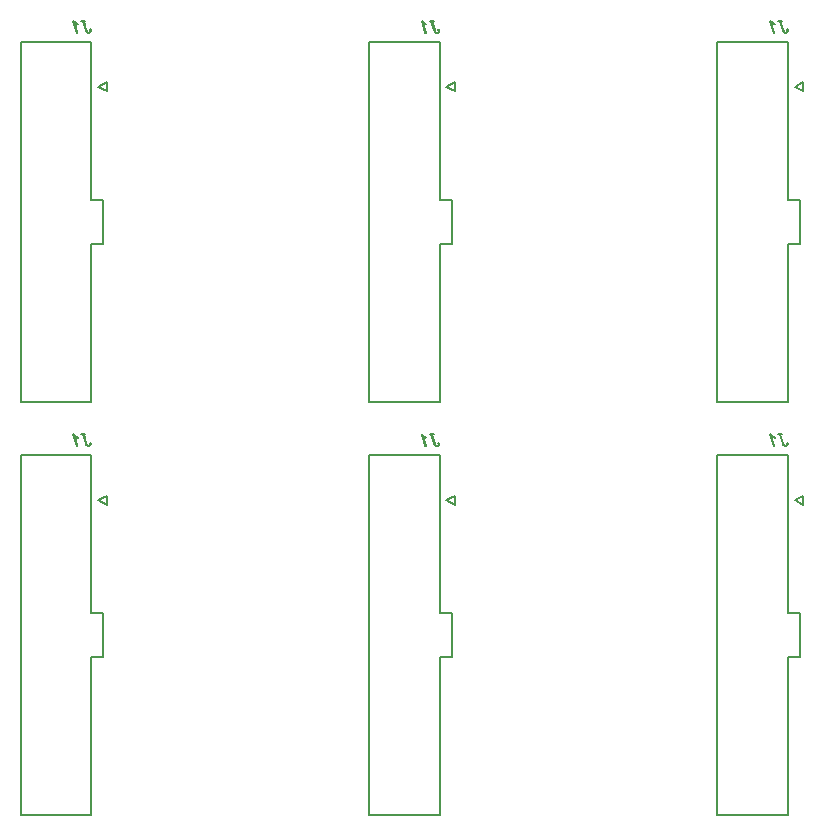
<source format=gbo>
%FSLAX46Y46*%
%MOMM*%
%ADD10C,0.150000*%
G01*
G01*
%LPD*%
D10*
X30953810Y83714288D02*
X30715714Y84523808D01*
D10*
X31001428Y83619048D02*
X30953810Y83714288D01*
D10*
X31049048Y83571432D02*
X31001428Y83619048D01*
D10*
X31144286Y83523808D02*
X31049048Y83571432D01*
D10*
X31239524Y83523808D02*
X31144286Y83523808D01*
D10*
X31334762Y83571432D02*
X31239524Y83523808D01*
D10*
X31382380Y83666664D02*
X31334762Y83571432D01*
D10*
X31382380Y83761904D02*
X31382380Y83666664D01*
D10*
X31334762Y83809520D02*
X31382380Y83761904D01*
D10*
X31287142Y83761904D02*
X31334762Y83809520D01*
D10*
X31334762Y83714288D02*
X31287142Y83761904D01*
D10*
X31001428Y83714288D02*
X30763334Y84523808D01*
D10*
X31049048Y83619048D02*
X31001428Y83714288D01*
D10*
X31144286Y83523808D02*
X31049048Y83619048D01*
D10*
X30572858Y84523808D02*
X30906190Y84523808D01*
D10*
X30239524Y83523808D02*
X30001428Y84333336D01*
D10*
X30191904Y83523808D02*
X29906190Y84523808D01*
D10*
X30049048Y84380952D02*
X29906190Y84523808D01*
D10*
X30191904Y84285712D02*
X30049048Y84380952D01*
D10*
X30287142Y84238096D02*
X30191904Y84285712D01*
D10*
X30144286Y84285712D02*
X29953810Y84380952D01*
D10*
X30287142Y84238096D02*
X30144286Y84285712D01*
D10*
X32720000Y79305000D02*
X31970000Y78930000D01*
D10*
X25430001Y82740000D02*
X25430001Y52260000D01*
D10*
X25430001Y52260000D02*
X31429999Y52260000D01*
D10*
X32430000Y65650000D02*
X32430000Y69350000D01*
D10*
X31430000Y69350000D02*
X31429999Y82740000D01*
D10*
X31429999Y82740000D02*
X25430001Y82740000D01*
D10*
X32720000Y78555000D02*
X32720000Y79305000D01*
D10*
X31970000Y78930000D02*
X32720000Y78555000D01*
D10*
X31429999Y65650000D02*
X32430000Y65650000D01*
D10*
X32430000Y69350000D02*
X31430000Y69350000D01*
D10*
X31429999Y52260000D02*
X31429999Y65650000D01*
D10*
X60453808Y48714284D02*
X60215716Y49523808D01*
D10*
X60501428Y48619048D02*
X60453808Y48714284D01*
D10*
X60549048Y48571428D02*
X60501428Y48619048D01*
D10*
X60644284Y48523808D02*
X60549048Y48571428D01*
D10*
X60739524Y48523808D02*
X60644284Y48523808D01*
D10*
X60834760Y48571428D02*
X60739524Y48523808D01*
D10*
X60882380Y48666668D02*
X60834760Y48571428D01*
D10*
X60882380Y48761904D02*
X60882380Y48666668D01*
D10*
X60834760Y48809524D02*
X60882380Y48761904D01*
D10*
X60787144Y48761904D02*
X60834760Y48809524D01*
D10*
X60834760Y48714284D02*
X60787144Y48761904D01*
D10*
X60501428Y48714284D02*
X60263332Y49523808D01*
D10*
X60549048Y48619048D02*
X60501428Y48714284D01*
D10*
X60644284Y48523808D02*
X60549048Y48619048D01*
D10*
X60072856Y49523808D02*
X60406192Y49523808D01*
D10*
X59739524Y48523808D02*
X59501428Y49333332D01*
D10*
X59691904Y48523808D02*
X59406192Y49523808D01*
D10*
X59549048Y49380952D02*
X59406192Y49523808D01*
D10*
X59691904Y49285716D02*
X59549048Y49380952D01*
D10*
X59787144Y49238096D02*
X59691904Y49285716D01*
D10*
X59644284Y49285716D02*
X59453808Y49380952D01*
D10*
X59787144Y49238096D02*
X59644284Y49285716D01*
D10*
X62220000Y44305000D02*
X61470000Y43930000D01*
D10*
X54930001Y47740000D02*
X54930001Y17260000D01*
D10*
X54930001Y17260000D02*
X60929999Y17260000D01*
D10*
X61930000Y30650000D02*
X61930000Y34350000D01*
D10*
X60930000Y34350000D02*
X60929999Y47740000D01*
D10*
X60929999Y47740000D02*
X54930001Y47740000D01*
D10*
X62220000Y43555000D02*
X62220000Y44305000D01*
D10*
X61470000Y43930000D02*
X62220000Y43555000D01*
D10*
X60929999Y30650000D02*
X61930000Y30650000D01*
D10*
X61930000Y34350000D02*
X60930000Y34350000D01*
D10*
X60929999Y17260000D02*
X60929999Y30650000D01*
D10*
X89953808Y83714288D02*
X89715712Y84523808D01*
D10*
X90001432Y83619048D02*
X89953808Y83714288D01*
D10*
X90049048Y83571432D02*
X90001432Y83619048D01*
D10*
X90144288Y83523808D02*
X90049048Y83571432D01*
D10*
X90239520Y83523808D02*
X90144288Y83523808D01*
D10*
X90334760Y83571432D02*
X90239520Y83523808D01*
D10*
X90382384Y83666664D02*
X90334760Y83571432D01*
D10*
X90382384Y83761904D02*
X90382384Y83666664D01*
D10*
X90334760Y83809520D02*
X90382384Y83761904D01*
D10*
X90287144Y83761904D02*
X90334760Y83809520D01*
D10*
X90334760Y83714288D02*
X90287144Y83761904D01*
D10*
X90001432Y83714288D02*
X89763336Y84523808D01*
D10*
X90049048Y83619048D02*
X90001432Y83714288D01*
D10*
X90144288Y83523808D02*
X90049048Y83619048D01*
D10*
X89572856Y84523808D02*
X89906192Y84523808D01*
D10*
X89239520Y83523808D02*
X89001432Y84333336D01*
D10*
X89191904Y83523808D02*
X88906192Y84523808D01*
D10*
X89049048Y84380952D02*
X88906192Y84523808D01*
D10*
X89191904Y84285712D02*
X89049048Y84380952D01*
D10*
X89287144Y84238096D02*
X89191904Y84285712D01*
D10*
X89144288Y84285712D02*
X88953808Y84380952D01*
D10*
X89287144Y84238096D02*
X89144288Y84285712D01*
D10*
X91720000Y79305000D02*
X90970000Y78930000D01*
D10*
X84430001Y82740000D02*
X84430001Y52260000D01*
D10*
X84430001Y52260000D02*
X90429999Y52260000D01*
D10*
X91430000Y65650000D02*
X91430000Y69350000D01*
D10*
X90430000Y69350000D02*
X90429999Y82740000D01*
D10*
X90429999Y82740000D02*
X84430001Y82740000D01*
D10*
X91720000Y78555000D02*
X91720000Y79305000D01*
D10*
X90970000Y78930000D02*
X91720000Y78555000D01*
D10*
X90429999Y65650000D02*
X91430000Y65650000D01*
D10*
X91430000Y69350000D02*
X90430000Y69350000D01*
D10*
X90429999Y52260000D02*
X90429999Y65650000D01*
D10*
X30953810Y48714284D02*
X30715714Y49523808D01*
D10*
X31001428Y48619048D02*
X30953810Y48714284D01*
D10*
X31049048Y48571428D02*
X31001428Y48619048D01*
D10*
X31144286Y48523808D02*
X31049048Y48571428D01*
D10*
X31239524Y48523808D02*
X31144286Y48523808D01*
D10*
X31334762Y48571428D02*
X31239524Y48523808D01*
D10*
X31382380Y48666668D02*
X31334762Y48571428D01*
D10*
X31382380Y48761904D02*
X31382380Y48666668D01*
D10*
X31334762Y48809524D02*
X31382380Y48761904D01*
D10*
X31287142Y48761904D02*
X31334762Y48809524D01*
D10*
X31334762Y48714284D02*
X31287142Y48761904D01*
D10*
X31001428Y48714284D02*
X30763334Y49523808D01*
D10*
X31049048Y48619048D02*
X31001428Y48714284D01*
D10*
X31144286Y48523808D02*
X31049048Y48619048D01*
D10*
X30572858Y49523808D02*
X30906190Y49523808D01*
D10*
X30239524Y48523808D02*
X30001428Y49333332D01*
D10*
X30191904Y48523808D02*
X29906190Y49523808D01*
D10*
X30049048Y49380952D02*
X29906190Y49523808D01*
D10*
X30191904Y49285716D02*
X30049048Y49380952D01*
D10*
X30287142Y49238096D02*
X30191904Y49285716D01*
D10*
X30144286Y49285716D02*
X29953810Y49380952D01*
D10*
X30287142Y49238096D02*
X30144286Y49285716D01*
D10*
X32720000Y44305000D02*
X31970000Y43930000D01*
D10*
X25430001Y47740000D02*
X25430001Y17260000D01*
D10*
X25430001Y17260000D02*
X31429999Y17260000D01*
D10*
X32430000Y30650000D02*
X32430000Y34350000D01*
D10*
X31430000Y34350000D02*
X31429999Y47740000D01*
D10*
X31429999Y47740000D02*
X25430001Y47740000D01*
D10*
X32720000Y43555000D02*
X32720000Y44305000D01*
D10*
X31970000Y43930000D02*
X32720000Y43555000D01*
D10*
X31429999Y30650000D02*
X32430000Y30650000D01*
D10*
X32430000Y34350000D02*
X31430000Y34350000D01*
D10*
X31429999Y17260000D02*
X31429999Y30650000D01*
D10*
X89953808Y48714284D02*
X89715712Y49523808D01*
D10*
X90001432Y48619048D02*
X89953808Y48714284D01*
D10*
X90049048Y48571428D02*
X90001432Y48619048D01*
D10*
X90144288Y48523808D02*
X90049048Y48571428D01*
D10*
X90239520Y48523808D02*
X90144288Y48523808D01*
D10*
X90334760Y48571428D02*
X90239520Y48523808D01*
D10*
X90382384Y48666668D02*
X90334760Y48571428D01*
D10*
X90382384Y48761904D02*
X90382384Y48666668D01*
D10*
X90334760Y48809524D02*
X90382384Y48761904D01*
D10*
X90287144Y48761904D02*
X90334760Y48809524D01*
D10*
X90334760Y48714284D02*
X90287144Y48761904D01*
D10*
X90001432Y48714284D02*
X89763336Y49523808D01*
D10*
X90049048Y48619048D02*
X90001432Y48714284D01*
D10*
X90144288Y48523808D02*
X90049048Y48619048D01*
D10*
X89572856Y49523808D02*
X89906192Y49523808D01*
D10*
X89239520Y48523808D02*
X89001432Y49333332D01*
D10*
X89191904Y48523808D02*
X88906192Y49523808D01*
D10*
X89049048Y49380952D02*
X88906192Y49523808D01*
D10*
X89191904Y49285716D02*
X89049048Y49380952D01*
D10*
X89287144Y49238096D02*
X89191904Y49285716D01*
D10*
X89144288Y49285716D02*
X88953808Y49380952D01*
D10*
X89287144Y49238096D02*
X89144288Y49285716D01*
D10*
X91720000Y44305000D02*
X90970000Y43930000D01*
D10*
X84430001Y47740000D02*
X84430001Y17260000D01*
D10*
X84430001Y17260000D02*
X90429999Y17260000D01*
D10*
X91430000Y30650000D02*
X91430000Y34350000D01*
D10*
X90430000Y34350000D02*
X90429999Y47740000D01*
D10*
X90429999Y47740000D02*
X84430001Y47740000D01*
D10*
X91720000Y43555000D02*
X91720000Y44305000D01*
D10*
X90970000Y43930000D02*
X91720000Y43555000D01*
D10*
X90429999Y30650000D02*
X91430000Y30650000D01*
D10*
X91430000Y34350000D02*
X90430000Y34350000D01*
D10*
X90429999Y17260000D02*
X90429999Y30650000D01*
D10*
X60453808Y83714288D02*
X60215716Y84523808D01*
D10*
X60501428Y83619048D02*
X60453808Y83714288D01*
D10*
X60549048Y83571432D02*
X60501428Y83619048D01*
D10*
X60644284Y83523808D02*
X60549048Y83571432D01*
D10*
X60739524Y83523808D02*
X60644284Y83523808D01*
D10*
X60834760Y83571432D02*
X60739524Y83523808D01*
D10*
X60882380Y83666664D02*
X60834760Y83571432D01*
D10*
X60882380Y83761904D02*
X60882380Y83666664D01*
D10*
X60834760Y83809520D02*
X60882380Y83761904D01*
D10*
X60787144Y83761904D02*
X60834760Y83809520D01*
D10*
X60834760Y83714288D02*
X60787144Y83761904D01*
D10*
X60501428Y83714288D02*
X60263332Y84523808D01*
D10*
X60549048Y83619048D02*
X60501428Y83714288D01*
D10*
X60644284Y83523808D02*
X60549048Y83619048D01*
D10*
X60072856Y84523808D02*
X60406192Y84523808D01*
D10*
X59739524Y83523808D02*
X59501428Y84333336D01*
D10*
X59691904Y83523808D02*
X59406192Y84523808D01*
D10*
X59549048Y84380952D02*
X59406192Y84523808D01*
D10*
X59691904Y84285712D02*
X59549048Y84380952D01*
D10*
X59787144Y84238096D02*
X59691904Y84285712D01*
D10*
X59644284Y84285712D02*
X59453808Y84380952D01*
D10*
X59787144Y84238096D02*
X59644284Y84285712D01*
D10*
X62220000Y79305000D02*
X61470000Y78930000D01*
D10*
X54930001Y82740000D02*
X54930001Y52260000D01*
D10*
X54930001Y52260000D02*
X60929999Y52260000D01*
D10*
X61930000Y65650000D02*
X61930000Y69350000D01*
D10*
X60930000Y69350000D02*
X60929999Y82740000D01*
D10*
X60929999Y82740000D02*
X54930001Y82740000D01*
D10*
X62220000Y78555000D02*
X62220000Y79305000D01*
D10*
X61470000Y78930000D02*
X62220000Y78555000D01*
D10*
X60929999Y65650000D02*
X61930000Y65650000D01*
D10*
X61930000Y69350000D02*
X60930000Y69350000D01*
D10*
X60929999Y52260000D02*
X60929999Y65650000D01*
G75*
M02*

</source>
